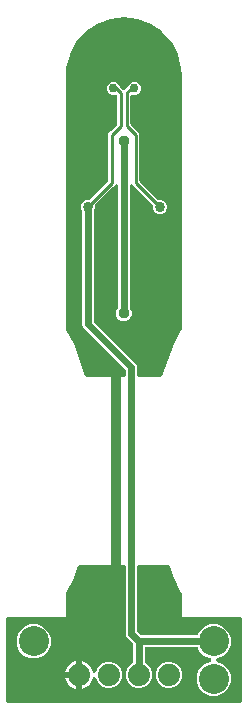
<source format=gbr>
G04 EAGLE Gerber RS-274X export*
G75*
%MOMM*%
%FSLAX34Y34*%
%LPD*%
%INBottom Copper*%
%IPPOS*%
%AMOC8*
5,1,8,0,0,1.08239X$1,22.5*%
G01*
%ADD10C,1.879600*%
%ADD11C,0.855600*%
%ADD12C,2.540000*%
%ADD13C,0.609600*%
%ADD14C,0.812800*%
%ADD15C,0.755600*%
%ADD16C,0.254000*%
%ADD17C,0.955600*%

G36*
X26Y201680D02*
X26Y201680D01*
X52Y201678D01*
X199Y201700D01*
X346Y201717D01*
X371Y201725D01*
X397Y201729D01*
X535Y201784D01*
X674Y201834D01*
X696Y201848D01*
X721Y201858D01*
X842Y201943D01*
X967Y202023D01*
X985Y202042D01*
X1007Y202057D01*
X1106Y202167D01*
X1209Y202274D01*
X1223Y202296D01*
X1240Y202316D01*
X1312Y202446D01*
X1388Y202573D01*
X1396Y202598D01*
X1409Y202621D01*
X1449Y202764D01*
X1494Y202905D01*
X1496Y202931D01*
X1504Y202956D01*
X1523Y203200D01*
X1523Y206920D01*
X1509Y207045D01*
X1502Y207172D01*
X1489Y207218D01*
X1483Y207266D01*
X1441Y207385D01*
X1406Y207506D01*
X1382Y207549D01*
X1366Y207594D01*
X1297Y207700D01*
X1236Y207811D01*
X1196Y207857D01*
X1177Y207887D01*
X1142Y207920D01*
X1077Y207997D01*
X-34572Y243646D01*
X-35307Y245420D01*
X-35307Y341070D01*
X-35321Y341196D01*
X-35328Y341322D01*
X-35341Y341368D01*
X-35347Y341416D01*
X-35389Y341535D01*
X-35424Y341657D01*
X-35448Y341699D01*
X-35464Y341745D01*
X-35533Y341851D01*
X-35594Y341961D01*
X-35595Y341962D01*
X-36537Y344235D01*
X-36537Y346645D01*
X-35615Y348871D01*
X-33911Y350575D01*
X-31685Y351497D01*
X-29366Y351497D01*
X-29240Y351511D01*
X-29114Y351518D01*
X-29068Y351531D01*
X-29020Y351537D01*
X-28901Y351579D01*
X-28779Y351614D01*
X-28737Y351638D01*
X-28691Y351654D01*
X-28585Y351723D01*
X-28475Y351784D01*
X-28429Y351824D01*
X-28399Y351843D01*
X-28365Y351878D01*
X-28289Y351943D01*
X-13655Y366577D01*
X-13576Y366676D01*
X-13492Y366770D01*
X-13468Y366812D01*
X-13438Y366850D01*
X-13384Y366964D01*
X-13323Y367075D01*
X-13310Y367121D01*
X-13289Y367165D01*
X-13263Y367288D01*
X-13228Y367410D01*
X-13223Y367471D01*
X-13216Y367506D01*
X-13217Y367554D01*
X-13209Y367654D01*
X-13209Y407663D01*
X-10977Y409895D01*
X-6035Y414837D01*
X-5956Y414936D01*
X-5872Y415030D01*
X-5848Y415072D01*
X-5818Y415110D01*
X-5764Y415224D01*
X-5703Y415335D01*
X-5690Y415381D01*
X-5669Y415425D01*
X-5643Y415548D01*
X-5608Y415670D01*
X-5603Y415731D01*
X-5596Y415765D01*
X-5597Y415813D01*
X-5589Y415914D01*
X-5589Y438843D01*
X-5606Y438993D01*
X-5618Y439142D01*
X-5626Y439165D01*
X-5629Y439189D01*
X-5679Y439331D01*
X-5726Y439474D01*
X-5738Y439495D01*
X-5746Y439517D01*
X-5828Y439644D01*
X-5905Y439773D01*
X-5922Y439790D01*
X-5935Y439810D01*
X-6043Y439915D01*
X-6148Y440023D01*
X-6168Y440036D01*
X-6186Y440052D01*
X-6315Y440130D01*
X-6441Y440211D01*
X-6464Y440219D01*
X-6485Y440231D01*
X-6628Y440277D01*
X-6770Y440327D01*
X-6794Y440330D01*
X-6817Y440338D01*
X-6966Y440350D01*
X-7116Y440366D01*
X-7140Y440364D01*
X-7164Y440366D01*
X-7313Y440343D01*
X-7462Y440326D01*
X-7490Y440317D01*
X-7509Y440314D01*
X-7553Y440296D01*
X-7695Y440250D01*
X-7785Y440213D01*
X-9995Y440213D01*
X-12038Y441059D01*
X-13601Y442622D01*
X-14447Y444665D01*
X-14447Y446875D01*
X-13601Y448918D01*
X-12038Y450481D01*
X-9995Y451327D01*
X-7785Y451327D01*
X-5742Y450481D01*
X-4179Y448918D01*
X-3583Y447479D01*
X-3582Y447477D01*
X-3582Y447475D01*
X-3498Y447326D01*
X-3414Y447174D01*
X-3413Y447173D01*
X-3412Y447171D01*
X-3253Y446985D01*
X-2855Y446587D01*
X-1077Y444809D01*
X-1057Y444792D01*
X-1040Y444772D01*
X-920Y444684D01*
X-804Y444592D01*
X-780Y444581D01*
X-759Y444565D01*
X-623Y444506D01*
X-489Y444443D01*
X-463Y444438D01*
X-439Y444427D01*
X-293Y444401D01*
X-148Y444370D01*
X-122Y444370D01*
X-96Y444366D01*
X52Y444373D01*
X200Y444376D01*
X226Y444382D01*
X252Y444383D01*
X394Y444425D01*
X538Y444461D01*
X561Y444473D01*
X587Y444480D01*
X717Y444553D01*
X848Y444620D01*
X868Y444637D01*
X891Y444650D01*
X1077Y444809D01*
X2855Y446587D01*
X3253Y446985D01*
X3254Y446986D01*
X3256Y446988D01*
X3365Y447126D01*
X3470Y447258D01*
X3471Y447259D01*
X3472Y447261D01*
X3583Y447479D01*
X4179Y448918D01*
X5742Y450481D01*
X7785Y451327D01*
X9995Y451327D01*
X12038Y450481D01*
X13601Y448918D01*
X14447Y446875D01*
X14447Y444665D01*
X13601Y442622D01*
X12038Y441059D01*
X9995Y440213D01*
X7785Y440213D01*
X7695Y440250D01*
X7550Y440292D01*
X7407Y440338D01*
X7383Y440339D01*
X7360Y440346D01*
X7210Y440353D01*
X7060Y440366D01*
X7036Y440362D01*
X7012Y440363D01*
X6864Y440336D01*
X6715Y440314D01*
X6693Y440305D01*
X6669Y440301D01*
X6531Y440241D01*
X6391Y440185D01*
X6371Y440171D01*
X6349Y440162D01*
X6228Y440072D01*
X6105Y439986D01*
X6089Y439968D01*
X6070Y439954D01*
X5972Y439839D01*
X5872Y439727D01*
X5860Y439706D01*
X5844Y439688D01*
X5776Y439554D01*
X5703Y439422D01*
X5697Y439399D01*
X5686Y439378D01*
X5649Y439232D01*
X5608Y439087D01*
X5606Y439058D01*
X5601Y439039D01*
X5601Y438992D01*
X5589Y438843D01*
X5589Y415914D01*
X5603Y415788D01*
X5610Y415662D01*
X5623Y415616D01*
X5629Y415568D01*
X5671Y415449D01*
X5706Y415327D01*
X5730Y415285D01*
X5746Y415239D01*
X5815Y415133D01*
X5876Y415023D01*
X5916Y414977D01*
X5935Y414947D01*
X5970Y414913D01*
X6035Y414837D01*
X13209Y407663D01*
X13209Y367654D01*
X13223Y367528D01*
X13230Y367402D01*
X13243Y367356D01*
X13249Y367308D01*
X13291Y367189D01*
X13326Y367067D01*
X13350Y367025D01*
X13366Y366979D01*
X13435Y366873D01*
X13496Y366763D01*
X13536Y366717D01*
X13555Y366687D01*
X13590Y366653D01*
X13655Y366577D01*
X28289Y351943D01*
X28388Y351864D01*
X28482Y351780D01*
X28524Y351756D01*
X28562Y351726D01*
X28676Y351672D01*
X28787Y351611D01*
X28833Y351598D01*
X28877Y351577D01*
X29000Y351551D01*
X29122Y351516D01*
X29183Y351511D01*
X29218Y351504D01*
X29266Y351505D01*
X29366Y351497D01*
X31685Y351497D01*
X33911Y350575D01*
X35615Y348871D01*
X36537Y346645D01*
X36537Y344235D01*
X35615Y342009D01*
X33911Y340305D01*
X31685Y339383D01*
X29275Y339383D01*
X27049Y340305D01*
X25345Y342009D01*
X24423Y344235D01*
X24423Y346554D01*
X24409Y346680D01*
X24402Y346806D01*
X24389Y346852D01*
X24383Y346900D01*
X24341Y347019D01*
X24306Y347141D01*
X24282Y347183D01*
X24266Y347229D01*
X24197Y347335D01*
X24136Y347445D01*
X24096Y347491D01*
X24077Y347521D01*
X24042Y347555D01*
X23977Y347631D01*
X9343Y362265D01*
X7427Y364181D01*
X7349Y364244D01*
X7276Y364314D01*
X7212Y364352D01*
X7154Y364398D01*
X7063Y364441D01*
X6977Y364492D01*
X6906Y364515D01*
X6839Y364547D01*
X6741Y364568D01*
X6645Y364599D01*
X6571Y364605D01*
X6498Y364620D01*
X6398Y364619D01*
X6298Y364627D01*
X6224Y364616D01*
X6150Y364614D01*
X6053Y364590D01*
X5953Y364575D01*
X5884Y364547D01*
X5812Y364529D01*
X5723Y364483D01*
X5629Y364446D01*
X5568Y364404D01*
X5502Y364370D01*
X5426Y364305D01*
X5343Y364247D01*
X5293Y364192D01*
X5237Y364144D01*
X5177Y364063D01*
X5110Y363988D01*
X5074Y363923D01*
X5029Y363864D01*
X4990Y363771D01*
X4941Y363683D01*
X4921Y363612D01*
X4891Y363544D01*
X4874Y363445D01*
X4846Y363348D01*
X4838Y363248D01*
X4830Y363201D01*
X4832Y363165D01*
X4827Y363104D01*
X4827Y260347D01*
X4841Y260221D01*
X4848Y260095D01*
X4861Y260049D01*
X4867Y260001D01*
X4909Y259882D01*
X4944Y259760D01*
X4968Y259718D01*
X4984Y259673D01*
X5053Y259566D01*
X5114Y259456D01*
X5154Y259410D01*
X5173Y259380D01*
X5208Y259346D01*
X5273Y259270D01*
X5559Y258984D01*
X6557Y256574D01*
X6557Y253966D01*
X5559Y251556D01*
X3714Y249711D01*
X1304Y248713D01*
X-1304Y248713D01*
X-3714Y249711D01*
X-5559Y251556D01*
X-6557Y253966D01*
X-6557Y256574D01*
X-5559Y258984D01*
X-5273Y259270D01*
X-5194Y259369D01*
X-5110Y259463D01*
X-5086Y259505D01*
X-5056Y259543D01*
X-5002Y259657D01*
X-4941Y259768D01*
X-4928Y259814D01*
X-4907Y259858D01*
X-4881Y259981D01*
X-4846Y260103D01*
X-4841Y260164D01*
X-4834Y260199D01*
X-4835Y260247D01*
X-4827Y260347D01*
X-4827Y363104D01*
X-4838Y363204D01*
X-4840Y363304D01*
X-4858Y363377D01*
X-4867Y363450D01*
X-4900Y363545D01*
X-4925Y363642D01*
X-4959Y363709D01*
X-4984Y363779D01*
X-5039Y363863D01*
X-5085Y363952D01*
X-5133Y364009D01*
X-5173Y364071D01*
X-5245Y364141D01*
X-5310Y364218D01*
X-5370Y364262D01*
X-5424Y364314D01*
X-5510Y364365D01*
X-5591Y364425D01*
X-5659Y364454D01*
X-5723Y364492D01*
X-5819Y364523D01*
X-5911Y364563D01*
X-5984Y364576D01*
X-6055Y364599D01*
X-6155Y364607D01*
X-6254Y364624D01*
X-6328Y364621D01*
X-6402Y364627D01*
X-6502Y364612D01*
X-6602Y364607D01*
X-6673Y364586D01*
X-6747Y364575D01*
X-6840Y364538D01*
X-6937Y364510D01*
X-7002Y364474D01*
X-7071Y364446D01*
X-7153Y364389D01*
X-7241Y364340D01*
X-7317Y364275D01*
X-7357Y364247D01*
X-7381Y364221D01*
X-7427Y364181D01*
X-9343Y362265D01*
X-23977Y347631D01*
X-24056Y347532D01*
X-24140Y347438D01*
X-24164Y347396D01*
X-24194Y347358D01*
X-24248Y347244D01*
X-24309Y347133D01*
X-24322Y347087D01*
X-24343Y347043D01*
X-24369Y346920D01*
X-24404Y346798D01*
X-24409Y346737D01*
X-24416Y346702D01*
X-24415Y346654D01*
X-24423Y346554D01*
X-24423Y344235D01*
X-25366Y341959D01*
X-25370Y341954D01*
X-25394Y341912D01*
X-25424Y341874D01*
X-25478Y341760D01*
X-25539Y341649D01*
X-25552Y341603D01*
X-25573Y341559D01*
X-25599Y341436D01*
X-25634Y341314D01*
X-25639Y341253D01*
X-25646Y341219D01*
X-25645Y341171D01*
X-25653Y341070D01*
X-25653Y249010D01*
X-25639Y248885D01*
X-25632Y248758D01*
X-25619Y248712D01*
X-25613Y248664D01*
X-25571Y248545D01*
X-25536Y248424D01*
X-25512Y248381D01*
X-25496Y248336D01*
X-25427Y248230D01*
X-25366Y248119D01*
X-25326Y248073D01*
X-25307Y248043D01*
X-25272Y248010D01*
X-25207Y247933D01*
X8870Y213856D01*
X10442Y212284D01*
X11177Y210510D01*
X11177Y203200D01*
X11180Y203174D01*
X11178Y203148D01*
X11200Y203001D01*
X11217Y202854D01*
X11225Y202829D01*
X11229Y202803D01*
X11284Y202665D01*
X11334Y202526D01*
X11348Y202504D01*
X11358Y202479D01*
X11443Y202358D01*
X11523Y202233D01*
X11542Y202215D01*
X11557Y202193D01*
X11667Y202094D01*
X11774Y201991D01*
X11796Y201977D01*
X11816Y201960D01*
X11946Y201888D01*
X12073Y201812D01*
X12098Y201804D01*
X12121Y201791D01*
X12264Y201751D01*
X12405Y201706D01*
X12431Y201704D01*
X12456Y201696D01*
X12700Y201677D01*
X31083Y201677D01*
X31184Y201688D01*
X31285Y201690D01*
X31356Y201708D01*
X31429Y201717D01*
X31525Y201751D01*
X31623Y201776D01*
X31688Y201809D01*
X31757Y201834D01*
X31843Y201889D01*
X31933Y201936D01*
X31989Y201983D01*
X32050Y202023D01*
X32121Y202096D01*
X32198Y202162D01*
X32241Y202221D01*
X32292Y202274D01*
X32344Y202361D01*
X32405Y202442D01*
X32447Y202532D01*
X32471Y202573D01*
X32482Y202607D01*
X32509Y202663D01*
X42498Y229204D01*
X48849Y241405D01*
X48874Y241469D01*
X48907Y241529D01*
X48936Y241631D01*
X48974Y241730D01*
X48983Y241798D01*
X49002Y241864D01*
X49015Y242035D01*
X49021Y242075D01*
X49020Y242089D01*
X49021Y242108D01*
X49021Y457200D01*
X49017Y457234D01*
X49018Y457292D01*
X48672Y463017D01*
X48669Y463033D01*
X48670Y463048D01*
X48631Y463290D01*
X45890Y474408D01*
X45869Y474465D01*
X45856Y474526D01*
X45779Y474706D01*
X45769Y474734D01*
X45765Y474740D01*
X45760Y474751D01*
X40439Y484890D01*
X40404Y484941D01*
X40377Y484997D01*
X40260Y485153D01*
X40243Y485178D01*
X40237Y485183D01*
X40230Y485192D01*
X32637Y493763D01*
X32591Y493804D01*
X32552Y493852D01*
X32400Y493976D01*
X32378Y493996D01*
X32371Y493999D01*
X32362Y494006D01*
X22939Y500511D01*
X22884Y500540D01*
X22835Y500577D01*
X22658Y500661D01*
X22631Y500675D01*
X22624Y500677D01*
X22614Y500682D01*
X11907Y504742D01*
X11847Y504757D01*
X11790Y504781D01*
X11598Y504820D01*
X11569Y504828D01*
X11562Y504828D01*
X11551Y504830D01*
X184Y506210D01*
X122Y506211D01*
X61Y506220D01*
X-135Y506212D01*
X-165Y506212D01*
X-172Y506211D01*
X-184Y506210D01*
X-11551Y504830D01*
X-11611Y504816D01*
X-11672Y504810D01*
X-11860Y504756D01*
X-11890Y504749D01*
X-11896Y504745D01*
X-11907Y504742D01*
X-22614Y500682D01*
X-22668Y500653D01*
X-22727Y500633D01*
X-22897Y500535D01*
X-22923Y500522D01*
X-22929Y500517D01*
X-22939Y500511D01*
X-32362Y494006D01*
X-32409Y493966D01*
X-32461Y493932D01*
X-32602Y493797D01*
X-32625Y493777D01*
X-32629Y493771D01*
X-32637Y493763D01*
X-40230Y485192D01*
X-40266Y485141D01*
X-40308Y485097D01*
X-40413Y484931D01*
X-40430Y484906D01*
X-40433Y484899D01*
X-40439Y484890D01*
X-45760Y474751D01*
X-45782Y474693D01*
X-45813Y474640D01*
X-45875Y474454D01*
X-45886Y474426D01*
X-45887Y474418D01*
X-45890Y474408D01*
X-48631Y463290D01*
X-48633Y463274D01*
X-48638Y463259D01*
X-48672Y463017D01*
X-49018Y457292D01*
X-49017Y457258D01*
X-49021Y457200D01*
X-49021Y242108D01*
X-49013Y242040D01*
X-49015Y241971D01*
X-48994Y241867D01*
X-48981Y241762D01*
X-48958Y241697D01*
X-48944Y241630D01*
X-48878Y241472D01*
X-48864Y241434D01*
X-48857Y241423D01*
X-48849Y241405D01*
X-42498Y229204D01*
X-32509Y202663D01*
X-32462Y202573D01*
X-32425Y202479D01*
X-32383Y202419D01*
X-32349Y202353D01*
X-32284Y202276D01*
X-32226Y202193D01*
X-32172Y202144D01*
X-32124Y202088D01*
X-32043Y202028D01*
X-31967Y201960D01*
X-31903Y201924D01*
X-31844Y201880D01*
X-31751Y201840D01*
X-31662Y201791D01*
X-31592Y201771D01*
X-31524Y201742D01*
X-31424Y201724D01*
X-31327Y201696D01*
X-31228Y201688D01*
X-31181Y201680D01*
X-31145Y201682D01*
X-31083Y201677D01*
X0Y201677D01*
X26Y201680D01*
G37*
G36*
X98324Y-74418D02*
X98324Y-74418D01*
X98350Y-74420D01*
X98497Y-74398D01*
X98644Y-74381D01*
X98669Y-74373D01*
X98695Y-74369D01*
X98833Y-74314D01*
X98972Y-74264D01*
X98994Y-74250D01*
X99019Y-74240D01*
X99140Y-74155D01*
X99265Y-74075D01*
X99283Y-74056D01*
X99305Y-74041D01*
X99404Y-73931D01*
X99507Y-73824D01*
X99521Y-73802D01*
X99538Y-73782D01*
X99610Y-73652D01*
X99686Y-73525D01*
X99694Y-73500D01*
X99707Y-73477D01*
X99747Y-73334D01*
X99792Y-73193D01*
X99794Y-73167D01*
X99802Y-73142D01*
X99821Y-72898D01*
X99821Y-3302D01*
X99818Y-3276D01*
X99820Y-3250D01*
X99798Y-3103D01*
X99781Y-2956D01*
X99773Y-2931D01*
X99769Y-2905D01*
X99714Y-2767D01*
X99664Y-2628D01*
X99650Y-2606D01*
X99640Y-2581D01*
X99555Y-2460D01*
X99475Y-2335D01*
X99456Y-2317D01*
X99441Y-2295D01*
X99331Y-2196D01*
X99224Y-2093D01*
X99202Y-2079D01*
X99182Y-2062D01*
X99052Y-1990D01*
X98925Y-1914D01*
X98900Y-1906D01*
X98877Y-1893D01*
X98734Y-1853D01*
X98593Y-1808D01*
X98567Y-1806D01*
X98542Y-1798D01*
X98298Y-1779D01*
X50063Y-1779D01*
X49021Y-737D01*
X49021Y18242D01*
X49013Y18310D01*
X49015Y18379D01*
X48994Y18483D01*
X48981Y18588D01*
X48958Y18653D01*
X48944Y18720D01*
X48878Y18878D01*
X48864Y18916D01*
X48857Y18927D01*
X48849Y18945D01*
X42498Y31146D01*
X38723Y41177D01*
X38676Y41267D01*
X38639Y41361D01*
X38597Y41421D01*
X38563Y41487D01*
X38498Y41564D01*
X38440Y41647D01*
X38385Y41696D01*
X38338Y41752D01*
X38257Y41813D01*
X38181Y41880D01*
X38117Y41916D01*
X38058Y41960D01*
X37965Y42000D01*
X37876Y42049D01*
X37806Y42069D01*
X37738Y42098D01*
X37638Y42116D01*
X37541Y42144D01*
X37442Y42152D01*
X37395Y42160D01*
X37359Y42158D01*
X37297Y42163D01*
X12700Y42163D01*
X12674Y42160D01*
X12648Y42162D01*
X12501Y42140D01*
X12354Y42123D01*
X12329Y42115D01*
X12303Y42111D01*
X12165Y42056D01*
X12026Y42006D01*
X12004Y41992D01*
X11979Y41982D01*
X11858Y41897D01*
X11733Y41817D01*
X11715Y41798D01*
X11693Y41783D01*
X11594Y41673D01*
X11491Y41566D01*
X11477Y41544D01*
X11460Y41524D01*
X11388Y41394D01*
X11312Y41267D01*
X11304Y41242D01*
X11291Y41219D01*
X11251Y41076D01*
X11206Y40935D01*
X11204Y40909D01*
X11196Y40884D01*
X11177Y40640D01*
X11177Y-13245D01*
X11191Y-13370D01*
X11198Y-13497D01*
X11211Y-13543D01*
X11217Y-13591D01*
X11259Y-13710D01*
X11294Y-13831D01*
X11318Y-13874D01*
X11334Y-13919D01*
X11403Y-14025D01*
X11464Y-14136D01*
X11504Y-14182D01*
X11523Y-14212D01*
X11558Y-14245D01*
X11623Y-14322D01*
X14253Y-16952D01*
X14352Y-17031D01*
X14446Y-17115D01*
X14488Y-17139D01*
X14526Y-17169D01*
X14640Y-17223D01*
X14751Y-17284D01*
X14798Y-17297D01*
X14841Y-17318D01*
X14965Y-17344D01*
X15086Y-17379D01*
X15147Y-17384D01*
X15182Y-17391D01*
X15230Y-17390D01*
X15330Y-17398D01*
X61510Y-17398D01*
X61586Y-17390D01*
X61662Y-17391D01*
X61758Y-17370D01*
X61856Y-17358D01*
X61928Y-17333D01*
X62003Y-17316D01*
X62091Y-17274D01*
X62184Y-17241D01*
X62248Y-17199D01*
X62317Y-17167D01*
X62394Y-17105D01*
X62477Y-17052D01*
X62530Y-16997D01*
X62590Y-16949D01*
X62651Y-16872D01*
X62719Y-16801D01*
X62758Y-16736D01*
X62806Y-16676D01*
X62874Y-16542D01*
X62898Y-16502D01*
X62904Y-16484D01*
X62917Y-16458D01*
X63926Y-14023D01*
X67998Y-9951D01*
X73320Y-7746D01*
X79080Y-7746D01*
X84402Y-9951D01*
X88474Y-14023D01*
X90679Y-19345D01*
X90679Y-25105D01*
X88474Y-30427D01*
X84402Y-34499D01*
X79107Y-36693D01*
X79019Y-36742D01*
X78927Y-36782D01*
X78867Y-36826D01*
X78802Y-36862D01*
X78728Y-36929D01*
X78647Y-36989D01*
X78599Y-37046D01*
X78544Y-37096D01*
X78487Y-37179D01*
X78422Y-37255D01*
X78388Y-37322D01*
X78346Y-37383D01*
X78309Y-37476D01*
X78263Y-37566D01*
X78245Y-37638D01*
X78218Y-37707D01*
X78203Y-37807D01*
X78179Y-37904D01*
X78178Y-37978D01*
X78167Y-38052D01*
X78175Y-38152D01*
X78174Y-38252D01*
X78190Y-38325D01*
X78196Y-38399D01*
X78227Y-38495D01*
X78248Y-38593D01*
X78280Y-38660D01*
X78303Y-38731D01*
X78355Y-38817D01*
X78398Y-38908D01*
X78444Y-38966D01*
X78483Y-39029D01*
X78553Y-39101D01*
X78615Y-39180D01*
X78674Y-39226D01*
X78726Y-39279D01*
X78810Y-39334D01*
X78889Y-39396D01*
X78978Y-39442D01*
X79019Y-39468D01*
X79053Y-39480D01*
X79107Y-39507D01*
X84402Y-41701D01*
X88474Y-45773D01*
X90679Y-51095D01*
X90679Y-56855D01*
X88474Y-62177D01*
X84402Y-66249D01*
X79080Y-68454D01*
X73320Y-68454D01*
X67998Y-66249D01*
X63926Y-62177D01*
X61721Y-56855D01*
X61721Y-51095D01*
X63926Y-45773D01*
X67998Y-41701D01*
X73293Y-39507D01*
X73381Y-39459D01*
X73473Y-39419D01*
X73533Y-39374D01*
X73598Y-39338D01*
X73672Y-39271D01*
X73753Y-39211D01*
X73801Y-39154D01*
X73856Y-39104D01*
X73913Y-39021D01*
X73978Y-38945D01*
X74012Y-38878D01*
X74054Y-38817D01*
X74091Y-38724D01*
X74137Y-38634D01*
X74155Y-38562D01*
X74182Y-38493D01*
X74197Y-38394D01*
X74221Y-38296D01*
X74222Y-38222D01*
X74233Y-38148D01*
X74225Y-38048D01*
X74226Y-37948D01*
X74210Y-37875D01*
X74204Y-37801D01*
X74173Y-37705D01*
X74152Y-37607D01*
X74120Y-37540D01*
X74097Y-37469D01*
X74045Y-37383D01*
X74002Y-37292D01*
X73956Y-37234D01*
X73917Y-37171D01*
X73847Y-37098D01*
X73785Y-37020D01*
X73726Y-36974D01*
X73674Y-36921D01*
X73590Y-36866D01*
X73511Y-36804D01*
X73422Y-36758D01*
X73381Y-36732D01*
X73348Y-36720D01*
X73293Y-36693D01*
X67998Y-34499D01*
X63926Y-30427D01*
X62917Y-27992D01*
X62880Y-27925D01*
X62852Y-27854D01*
X62796Y-27774D01*
X62748Y-27687D01*
X62696Y-27631D01*
X62653Y-27568D01*
X62580Y-27502D01*
X62514Y-27429D01*
X62451Y-27386D01*
X62394Y-27335D01*
X62308Y-27287D01*
X62227Y-27231D01*
X62156Y-27203D01*
X62089Y-27166D01*
X61994Y-27139D01*
X61903Y-27103D01*
X61827Y-27092D01*
X61754Y-27071D01*
X61605Y-27059D01*
X61558Y-27052D01*
X61539Y-27054D01*
X61510Y-27052D01*
X19050Y-27052D01*
X19024Y-27055D01*
X18998Y-27053D01*
X18851Y-27075D01*
X18704Y-27092D01*
X18679Y-27100D01*
X18653Y-27104D01*
X18515Y-27159D01*
X18376Y-27209D01*
X18354Y-27223D01*
X18329Y-27233D01*
X18208Y-27318D01*
X18083Y-27398D01*
X18065Y-27417D01*
X18043Y-27432D01*
X17944Y-27542D01*
X17841Y-27649D01*
X17827Y-27671D01*
X17810Y-27691D01*
X17738Y-27821D01*
X17662Y-27948D01*
X17654Y-27973D01*
X17641Y-27996D01*
X17601Y-28139D01*
X17556Y-28280D01*
X17554Y-28306D01*
X17546Y-28331D01*
X17527Y-28575D01*
X17527Y-39684D01*
X17535Y-39760D01*
X17534Y-39836D01*
X17555Y-39932D01*
X17567Y-40030D01*
X17592Y-40102D01*
X17609Y-40177D01*
X17651Y-40265D01*
X17684Y-40358D01*
X17726Y-40423D01*
X17758Y-40491D01*
X17820Y-40568D01*
X17873Y-40651D01*
X17928Y-40704D01*
X17976Y-40764D01*
X18053Y-40825D01*
X18124Y-40893D01*
X18189Y-40932D01*
X18249Y-40980D01*
X18382Y-41048D01*
X18423Y-41072D01*
X18441Y-41078D01*
X18467Y-41091D01*
X19031Y-41325D01*
X22175Y-44469D01*
X23877Y-48577D01*
X23877Y-53023D01*
X22175Y-57131D01*
X19031Y-60275D01*
X14923Y-61977D01*
X10477Y-61977D01*
X6369Y-60275D01*
X3225Y-57131D01*
X1523Y-53023D01*
X1523Y-48577D01*
X3225Y-44469D01*
X6369Y-41325D01*
X6933Y-41091D01*
X7000Y-41054D01*
X7071Y-41026D01*
X7152Y-40970D01*
X7238Y-40922D01*
X7294Y-40870D01*
X7357Y-40827D01*
X7423Y-40754D01*
X7496Y-40688D01*
X7539Y-40625D01*
X7590Y-40568D01*
X7638Y-40482D01*
X7694Y-40401D01*
X7722Y-40330D01*
X7759Y-40263D01*
X7786Y-40168D01*
X7822Y-40077D01*
X7833Y-40001D01*
X7854Y-39928D01*
X7866Y-39779D01*
X7873Y-39732D01*
X7871Y-39713D01*
X7873Y-39684D01*
X7873Y-24855D01*
X7859Y-24730D01*
X7852Y-24603D01*
X7839Y-24557D01*
X7833Y-24509D01*
X7791Y-24390D01*
X7756Y-24269D01*
X7732Y-24226D01*
X7716Y-24181D01*
X7647Y-24075D01*
X7586Y-23964D01*
X7546Y-23918D01*
X7527Y-23888D01*
X7492Y-23855D01*
X7427Y-23778D01*
X2258Y-18609D01*
X1523Y-16835D01*
X1523Y40640D01*
X1520Y40666D01*
X1522Y40692D01*
X1500Y40839D01*
X1483Y40986D01*
X1475Y41011D01*
X1471Y41037D01*
X1416Y41175D01*
X1366Y41314D01*
X1352Y41336D01*
X1342Y41361D01*
X1257Y41482D01*
X1177Y41607D01*
X1158Y41625D01*
X1143Y41647D01*
X1033Y41746D01*
X926Y41849D01*
X904Y41863D01*
X884Y41880D01*
X754Y41952D01*
X627Y42028D01*
X602Y42036D01*
X579Y42049D01*
X436Y42089D01*
X295Y42134D01*
X269Y42136D01*
X244Y42144D01*
X0Y42163D01*
X-37297Y42163D01*
X-37398Y42152D01*
X-37499Y42150D01*
X-37570Y42132D01*
X-37643Y42123D01*
X-37739Y42089D01*
X-37837Y42064D01*
X-37902Y42031D01*
X-37971Y42006D01*
X-38056Y41951D01*
X-38146Y41904D01*
X-38202Y41857D01*
X-38264Y41817D01*
X-38335Y41744D01*
X-38412Y41678D01*
X-38455Y41619D01*
X-38506Y41566D01*
X-38558Y41479D01*
X-38618Y41398D01*
X-38661Y41308D01*
X-38685Y41267D01*
X-38696Y41233D01*
X-38723Y41177D01*
X-42498Y31146D01*
X-48849Y18945D01*
X-48874Y18881D01*
X-48907Y18821D01*
X-48936Y18719D01*
X-48974Y18620D01*
X-48983Y18552D01*
X-49002Y18486D01*
X-49015Y18315D01*
X-49021Y18275D01*
X-49020Y18261D01*
X-49021Y18242D01*
X-49021Y-737D01*
X-50063Y-1779D01*
X-98298Y-1779D01*
X-98324Y-1782D01*
X-98350Y-1780D01*
X-98497Y-1802D01*
X-98644Y-1819D01*
X-98669Y-1827D01*
X-98695Y-1831D01*
X-98833Y-1886D01*
X-98972Y-1936D01*
X-98994Y-1950D01*
X-99019Y-1960D01*
X-99140Y-2045D01*
X-99265Y-2125D01*
X-99283Y-2144D01*
X-99305Y-2159D01*
X-99404Y-2269D01*
X-99507Y-2376D01*
X-99521Y-2398D01*
X-99538Y-2418D01*
X-99610Y-2548D01*
X-99686Y-2675D01*
X-99694Y-2700D01*
X-99707Y-2723D01*
X-99747Y-2866D01*
X-99792Y-3007D01*
X-99794Y-3033D01*
X-99802Y-3058D01*
X-99821Y-3302D01*
X-99821Y-72898D01*
X-99818Y-72924D01*
X-99820Y-72950D01*
X-99798Y-73097D01*
X-99781Y-73244D01*
X-99773Y-73269D01*
X-99769Y-73295D01*
X-99714Y-73433D01*
X-99664Y-73572D01*
X-99650Y-73594D01*
X-99640Y-73619D01*
X-99555Y-73740D01*
X-99475Y-73865D01*
X-99456Y-73883D01*
X-99441Y-73905D01*
X-99331Y-74004D01*
X-99224Y-74107D01*
X-99202Y-74121D01*
X-99182Y-74138D01*
X-99052Y-74210D01*
X-98925Y-74286D01*
X-98900Y-74294D01*
X-98877Y-74307D01*
X-98734Y-74347D01*
X-98593Y-74392D01*
X-98567Y-74394D01*
X-98542Y-74402D01*
X-98298Y-74421D01*
X98298Y-74421D01*
X98324Y-74418D01*
G37*
%LPC*%
G36*
X-79080Y-36704D02*
X-79080Y-36704D01*
X-84402Y-34499D01*
X-88474Y-30427D01*
X-90679Y-25105D01*
X-90679Y-19345D01*
X-88474Y-14023D01*
X-84402Y-9951D01*
X-79080Y-7746D01*
X-73320Y-7746D01*
X-67998Y-9951D01*
X-63926Y-14023D01*
X-61721Y-19345D01*
X-61721Y-25105D01*
X-63926Y-30427D01*
X-67998Y-34499D01*
X-73320Y-36704D01*
X-79080Y-36704D01*
G37*
%LPD*%
%LPC*%
G36*
X-35561Y-51816D02*
X-35561Y-51816D01*
X-35564Y-51790D01*
X-35562Y-51764D01*
X-35584Y-51617D01*
X-35601Y-51470D01*
X-35609Y-51445D01*
X-35613Y-51419D01*
X-35668Y-51282D01*
X-35718Y-51142D01*
X-35732Y-51120D01*
X-35742Y-51095D01*
X-35827Y-50974D01*
X-35907Y-50849D01*
X-35926Y-50831D01*
X-35941Y-50809D01*
X-35957Y-50795D01*
X-35875Y-50710D01*
X-35861Y-50687D01*
X-35844Y-50668D01*
X-35772Y-50538D01*
X-35696Y-50411D01*
X-35688Y-50386D01*
X-35675Y-50363D01*
X-35635Y-50220D01*
X-35590Y-50079D01*
X-35587Y-50053D01*
X-35580Y-50028D01*
X-35561Y-49784D01*
X-35561Y-39115D01*
X-35304Y-39155D01*
X-33517Y-39736D01*
X-31843Y-40589D01*
X-30322Y-41694D01*
X-28994Y-43022D01*
X-27889Y-44543D01*
X-27036Y-46217D01*
X-26493Y-47887D01*
X-26427Y-48032D01*
X-26363Y-48179D01*
X-26355Y-48191D01*
X-26348Y-48204D01*
X-26251Y-48330D01*
X-26155Y-48459D01*
X-26144Y-48468D01*
X-26135Y-48480D01*
X-26011Y-48581D01*
X-25889Y-48684D01*
X-25876Y-48690D01*
X-25865Y-48700D01*
X-25721Y-48770D01*
X-25579Y-48843D01*
X-25565Y-48846D01*
X-25552Y-48852D01*
X-25395Y-48888D01*
X-25241Y-48927D01*
X-25226Y-48927D01*
X-25212Y-48930D01*
X-25052Y-48929D01*
X-24892Y-48932D01*
X-24878Y-48929D01*
X-24864Y-48929D01*
X-24708Y-48892D01*
X-24552Y-48857D01*
X-24539Y-48851D01*
X-24525Y-48848D01*
X-24381Y-48776D01*
X-24237Y-48708D01*
X-24226Y-48699D01*
X-24213Y-48692D01*
X-24089Y-48590D01*
X-23965Y-48490D01*
X-23956Y-48479D01*
X-23945Y-48470D01*
X-23848Y-48343D01*
X-23749Y-48217D01*
X-23741Y-48201D01*
X-23734Y-48192D01*
X-23718Y-48157D01*
X-23637Y-47999D01*
X-22175Y-44469D01*
X-19031Y-41325D01*
X-14923Y-39623D01*
X-10477Y-39623D01*
X-6369Y-41325D01*
X-3225Y-44469D01*
X-1523Y-48577D01*
X-1523Y-53023D01*
X-3225Y-57131D01*
X-6369Y-60275D01*
X-10477Y-61977D01*
X-14923Y-61977D01*
X-19031Y-60275D01*
X-22175Y-57131D01*
X-23637Y-53601D01*
X-23715Y-53461D01*
X-23790Y-53320D01*
X-23800Y-53309D01*
X-23807Y-53296D01*
X-23914Y-53178D01*
X-24019Y-53057D01*
X-24031Y-53049D01*
X-24041Y-53038D01*
X-24173Y-52947D01*
X-24302Y-52854D01*
X-24316Y-52848D01*
X-24328Y-52840D01*
X-24477Y-52781D01*
X-24624Y-52720D01*
X-24638Y-52717D01*
X-24652Y-52712D01*
X-24810Y-52689D01*
X-24968Y-52663D01*
X-24982Y-52663D01*
X-24997Y-52661D01*
X-25156Y-52675D01*
X-25315Y-52685D01*
X-25329Y-52689D01*
X-25344Y-52690D01*
X-25496Y-52739D01*
X-25649Y-52786D01*
X-25662Y-52793D01*
X-25676Y-52797D01*
X-25813Y-52880D01*
X-25951Y-52960D01*
X-25962Y-52970D01*
X-25974Y-52977D01*
X-26089Y-53089D01*
X-26206Y-53198D01*
X-26214Y-53210D01*
X-26224Y-53220D01*
X-26310Y-53354D01*
X-26399Y-53487D01*
X-26406Y-53503D01*
X-26412Y-53513D01*
X-26425Y-53549D01*
X-26493Y-53713D01*
X-27036Y-55383D01*
X-27889Y-57057D01*
X-28994Y-58578D01*
X-30322Y-59906D01*
X-31843Y-61011D01*
X-33517Y-61864D01*
X-35304Y-62445D01*
X-35561Y-62485D01*
X-35561Y-51816D01*
G37*
%LPD*%
%LPC*%
G36*
X35877Y-61977D02*
X35877Y-61977D01*
X31769Y-60275D01*
X28625Y-57131D01*
X26923Y-53023D01*
X26923Y-48577D01*
X28625Y-44469D01*
X31769Y-41325D01*
X35877Y-39623D01*
X40323Y-39623D01*
X44431Y-41325D01*
X47575Y-44469D01*
X49277Y-48577D01*
X49277Y-53023D01*
X47575Y-57131D01*
X44431Y-60275D01*
X40323Y-61977D01*
X35877Y-61977D01*
G37*
%LPD*%
%LPC*%
G36*
X-40896Y-62445D02*
X-40896Y-62445D01*
X-42683Y-61864D01*
X-44357Y-61011D01*
X-45878Y-59906D01*
X-47206Y-58578D01*
X-48311Y-57057D01*
X-49164Y-55383D01*
X-49745Y-53596D01*
X-49785Y-53339D01*
X-40639Y-53339D01*
X-40639Y-62485D01*
X-40896Y-62445D01*
G37*
%LPD*%
%LPC*%
G36*
X-49785Y-48261D02*
X-49785Y-48261D01*
X-49745Y-48004D01*
X-49164Y-46217D01*
X-48311Y-44543D01*
X-47206Y-43022D01*
X-45878Y-41694D01*
X-44357Y-40589D01*
X-42683Y-39736D01*
X-40896Y-39155D01*
X-40639Y-39115D01*
X-40639Y-48261D01*
X-49785Y-48261D01*
G37*
%LPD*%
D10*
X-38100Y-50800D03*
X-12700Y-50800D03*
X12700Y-50800D03*
X38100Y-50800D03*
D11*
X-20320Y313690D03*
X20320Y313690D03*
D12*
X-76200Y-53975D03*
D11*
X25400Y25400D03*
X-25400Y25400D03*
X25400Y222250D03*
X-25400Y222250D03*
D13*
X-6985Y36195D02*
X-17780Y25400D01*
X-25400Y25400D01*
X-6985Y203835D02*
X-25400Y222250D01*
D14*
X-6985Y203835D02*
X-6985Y36195D01*
D11*
X0Y495300D03*
X-33020Y436880D03*
X33020Y436880D03*
D12*
X76200Y-53975D03*
D15*
X8890Y445770D03*
D11*
X30480Y345440D03*
D16*
X10160Y365760D01*
X10160Y406400D01*
X2540Y414020D01*
X2540Y441960D01*
X6350Y445770D01*
X8890Y445770D01*
D13*
X-30480Y246380D02*
X6350Y209550D01*
X6350Y-15875D01*
X12700Y-22225D01*
D12*
X76200Y-22225D03*
D13*
X12700Y-22225D01*
D15*
X-8890Y445770D03*
D11*
X-30480Y345440D03*
D16*
X-10160Y365760D01*
X-10160Y406400D01*
X-2540Y414020D01*
X-2540Y441960D01*
X-6350Y445770D01*
X-8890Y445770D01*
D13*
X-30480Y345440D02*
X-30480Y246380D01*
X12700Y-22225D02*
X12700Y-50800D01*
D17*
X0Y255270D03*
D13*
X0Y342900D01*
X0Y401320D01*
D12*
X-76200Y-22225D03*
D17*
X0Y401320D03*
M02*

</source>
